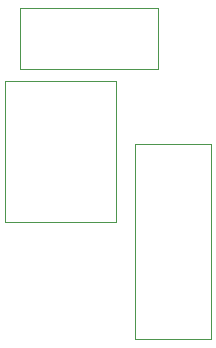
<source format=gbr>
G04 #@! TF.FileFunction,Other,User*
%FSLAX46Y46*%
G04 Gerber Fmt 4.6, Leading zero omitted, Abs format (unit mm)*
G04 Created by KiCad (PCBNEW 4.0.7) date 07/26/19 18:40:48*
%MOMM*%
%LPD*%
G01*
G04 APERTURE LIST*
%ADD10C,0.100000*%
%ADD11C,0.050000*%
G04 APERTURE END LIST*
D10*
D11*
X144590000Y-108970000D02*
X153980000Y-108970000D01*
X144590000Y-108970000D02*
X144590000Y-120900000D01*
X153980000Y-120900000D02*
X153980000Y-108970000D01*
X153980000Y-120900000D02*
X144590000Y-120900000D01*
X155530000Y-114320000D02*
X155530000Y-130870000D01*
X155530000Y-130870000D02*
X161980000Y-130870000D01*
X161980000Y-130870000D02*
X161980000Y-114320000D01*
X161980000Y-114320000D02*
X155530000Y-114320000D01*
X157540000Y-108010000D02*
X157540000Y-102810000D01*
X157540000Y-102810000D02*
X145790000Y-102810000D01*
X145790000Y-102810000D02*
X145790000Y-108010000D01*
X145790000Y-108010000D02*
X157540000Y-108010000D01*
M02*

</source>
